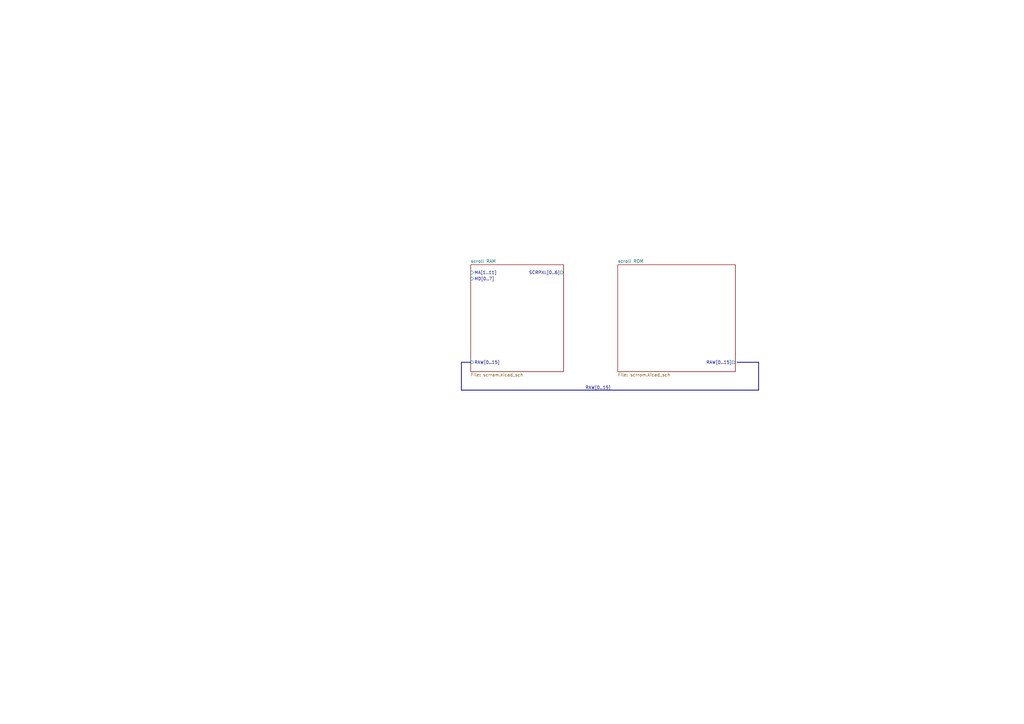
<source format=kicad_sch>
(kicad_sch
	(version 20231120)
	(generator "eeschema")
	(generator_version "8.0")
	(uuid "a2ee22a9-3536-423d-a678-27f04611d537")
	(paper "A3")
	(title_block
		(company "JOTEGO")
	)
	(lib_symbols)
	(bus
		(pts
			(xy 189.23 148.59) (xy 193.04 148.59)
		)
		(stroke
			(width 0)
			(type default)
		)
		(uuid "02105603-d0c4-45ce-a505-7ea8dbd0ef33")
	)
	(bus
		(pts
			(xy 311.15 148.59) (xy 311.15 160.02)
		)
		(stroke
			(width 0)
			(type default)
		)
		(uuid "232c5c6b-86f8-4727-8899-18b5be842f3d")
	)
	(bus
		(pts
			(xy 302.26 148.59) (xy 311.15 148.59)
		)
		(stroke
			(width 0)
			(type default)
		)
		(uuid "2bf44d17-9590-4bdf-8180-58918fa79058")
	)
	(bus
		(pts
			(xy 189.23 160.02) (xy 189.23 148.59)
		)
		(stroke
			(width 0)
			(type default)
		)
		(uuid "e179da8b-5589-45e9-964c-3d7dd2a2cb7a")
	)
	(bus
		(pts
			(xy 311.15 160.02) (xy 189.23 160.02)
		)
		(stroke
			(width 0)
			(type default)
		)
		(uuid "e78adf16-6879-49e4-a285-fa89a1adec3b")
	)
	(label "RAW[0..15]"
		(at 240.03 160.02 0)
		(fields_autoplaced yes)
		(effects
			(font
				(size 1.27 1.27)
			)
			(justify left bottom)
		)
		(uuid "1f96307b-36af-487a-8097-d87bb05499d4")
	)
	(sheet
		(at 253.365 108.585)
		(size 48.26 43.815)
		(fields_autoplaced yes)
		(stroke
			(width 0.1524)
			(type solid)
		)
		(fill
			(color 0 0 0 0.0000)
		)
		(uuid "80439725-2fca-42c0-8039-dc406dce9f3d")
		(property "Sheetname" "scroll ROM"
			(at 253.365 107.8734 0)
			(effects
				(font
					(size 1.27 1.27)
				)
				(justify left bottom)
			)
		)
		(property "Sheetfile" "scrrom.kicad_sch"
			(at 253.365 152.9846 0)
			(effects
				(font
					(size 1.27 1.27)
				)
				(justify left top)
			)
		)
		(pin "RAW[0..15]" output
			(at 301.625 148.59 0)
			(effects
				(font
					(size 1.27 1.27)
				)
				(justify right)
			)
			(uuid "bf56a2a3-9729-4cd4-9c96-fd853d81425a")
		)
		(instances
			(project "wwfsstar"
				(path "/9b45fe8f-ccde-4083-bbaa-82d9a9454022/004a228e-24de-4680-a954-fe1a8a16228f/e7a0aae4-7b24-4984-a77e-7cacd3a4055c"
					(page "17")
				)
			)
		)
	)
	(sheet
		(at 193.04 108.585)
		(size 38.1 43.815)
		(fields_autoplaced yes)
		(stroke
			(width 0.1524)
			(type solid)
		)
		(fill
			(color 0 0 0 0.0000)
		)
		(uuid "acb5c676-080e-485c-9bec-146e406f7ba0")
		(property "Sheetname" "scroll RAM"
			(at 193.04 107.8734 0)
			(effects
				(font
					(size 1.27 1.27)
				)
				(justify left bottom)
			)
		)
		(property "Sheetfile" "scrram.kicad_sch"
			(at 193.04 152.9846 0)
			(effects
				(font
					(size 1.27 1.27)
				)
				(justify left top)
			)
		)
		(pin "MA[1..11]" input
			(at 193.04 111.76 180)
			(effects
				(font
					(size 1.27 1.27)
				)
				(justify left)
			)
			(uuid "d604b813-db28-4d54-ac35-da121364811b")
		)
		(pin "MD[0..7]" input
			(at 193.04 114.3 180)
			(effects
				(font
					(size 1.27 1.27)
				)
				(justify left)
			)
			(uuid "c54c33e0-8f48-4f00-b159-234b879d862a")
		)
		(pin "SCRPXL[0..6]" output
			(at 231.14 111.76 0)
			(effects
				(font
					(size 1.27 1.27)
				)
				(justify right)
			)
			(uuid "95e0e776-c9ad-4a35-bc7a-38a1563108bc")
		)
		(pin "RAW[0..15]" input
			(at 193.04 148.59 180)
			(effects
				(font
					(size 1.27 1.27)
				)
				(justify left)
			)
			(uuid "1fd7e22b-66bd-4729-a3bf-71912a164049")
		)
		(instances
			(project "wwfsstar"
				(path "/9b45fe8f-ccde-4083-bbaa-82d9a9454022/004a228e-24de-4680-a954-fe1a8a16228f/e7a0aae4-7b24-4984-a77e-7cacd3a4055c"
					(page "18")
				)
			)
		)
	)
)

</source>
